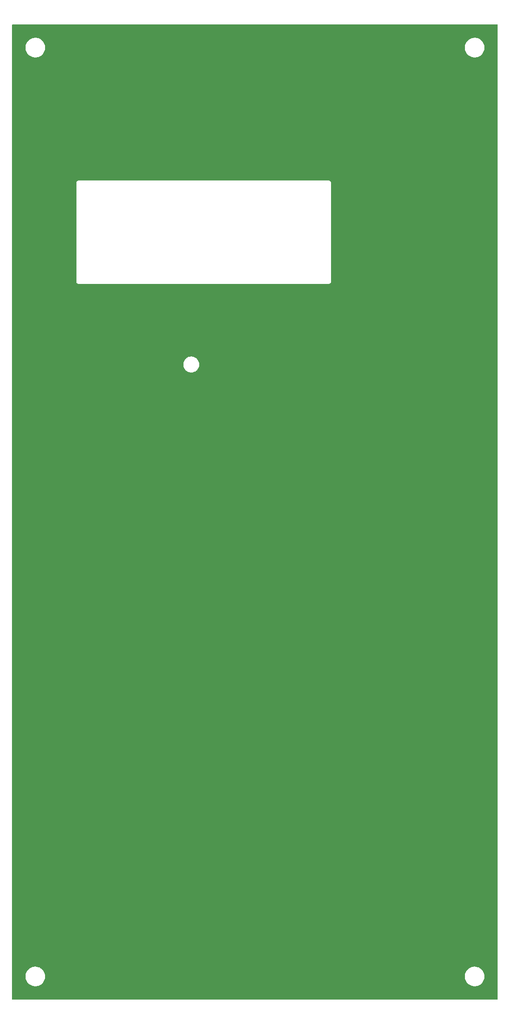
<source format=gbl>
G04 Layer: BottomLayer*
G04 EasyEDA v6.5.48, 2025-02-08 06:39:44*
G04 da37e12b6d714248abb1756c4e4e4594,e30bb724354f420a97504b8da3067676,10*
G04 Gerber Generator version 0.2*
G04 Scale: 100 percent, Rotated: No, Reflected: No *
G04 Dimensions in millimeters *
G04 leading zeros omitted , absolute positions ,4 integer and 5 decimal *
%FSLAX45Y45*%
%MOMM*%

%ADD10C,8.5000*%
%ADD11C,12.3000*%

%LPD*%
G36*
X36068Y25908D02*
G01*
X32156Y26670D01*
X28905Y28905D01*
X26670Y32156D01*
X25908Y36068D01*
X25908Y19963892D01*
X26670Y19967803D01*
X28905Y19971054D01*
X32156Y19973290D01*
X36068Y19974052D01*
X9963912Y19974052D01*
X9967823Y19973290D01*
X9971074Y19971054D01*
X9973310Y19967803D01*
X9974072Y19963892D01*
X9974072Y36068D01*
X9973310Y32156D01*
X9971074Y28905D01*
X9967823Y26670D01*
X9963912Y25908D01*
G37*

%LPC*%
G36*
X504850Y299161D02*
G01*
X524205Y300583D01*
X543356Y303834D01*
X562102Y308914D01*
X580237Y315823D01*
X597611Y324408D01*
X614121Y334670D01*
X629564Y346456D01*
X643737Y359664D01*
X656640Y374192D01*
X668020Y389890D01*
X677875Y406654D01*
X686054Y424230D01*
X692505Y442569D01*
X697128Y461416D01*
X699973Y480618D01*
X700887Y499973D01*
X699973Y519379D01*
X697128Y538581D01*
X692505Y557428D01*
X686054Y575767D01*
X677875Y593344D01*
X668020Y610108D01*
X656640Y625805D01*
X643737Y640334D01*
X629564Y653542D01*
X614121Y665327D01*
X597611Y675589D01*
X580237Y684174D01*
X562102Y691083D01*
X543356Y696163D01*
X524205Y699414D01*
X504850Y700836D01*
X485444Y700379D01*
X466191Y698042D01*
X447243Y693826D01*
X428751Y687832D01*
X410972Y680110D01*
X394004Y670661D01*
X378002Y659638D01*
X363169Y647090D01*
X349605Y633222D01*
X337464Y618083D01*
X326847Y601827D01*
X317804Y584657D01*
X310489Y566674D01*
X304952Y548081D01*
X301193Y529031D01*
X299313Y509727D01*
X299313Y490270D01*
X301193Y470966D01*
X304952Y451916D01*
X310489Y433324D01*
X317804Y415340D01*
X326847Y398170D01*
X337464Y381914D01*
X349605Y366776D01*
X363169Y352907D01*
X378002Y340360D01*
X394004Y329336D01*
X410972Y319887D01*
X428751Y312166D01*
X447243Y306171D01*
X466191Y301955D01*
X485444Y299618D01*
G37*
G36*
X9504832Y299161D02*
G01*
X9524187Y300583D01*
X9543338Y303834D01*
X9562084Y308914D01*
X9580219Y315823D01*
X9597593Y324408D01*
X9614103Y334670D01*
X9629546Y346456D01*
X9643719Y359664D01*
X9656622Y374192D01*
X9668002Y389890D01*
X9677857Y406654D01*
X9686036Y424230D01*
X9692487Y442569D01*
X9697110Y461416D01*
X9699955Y480618D01*
X9700869Y499973D01*
X9699955Y519379D01*
X9697110Y538581D01*
X9692487Y557428D01*
X9686036Y575767D01*
X9677857Y593344D01*
X9668002Y610108D01*
X9656622Y625805D01*
X9643719Y640334D01*
X9629546Y653542D01*
X9614103Y665327D01*
X9597593Y675589D01*
X9580219Y684174D01*
X9562084Y691083D01*
X9543338Y696163D01*
X9524187Y699414D01*
X9504832Y700836D01*
X9485426Y700379D01*
X9466173Y698042D01*
X9447225Y693826D01*
X9428734Y687832D01*
X9410954Y680110D01*
X9393986Y670661D01*
X9377984Y659638D01*
X9363151Y647090D01*
X9349587Y633222D01*
X9337446Y618083D01*
X9326829Y601827D01*
X9317786Y584657D01*
X9310471Y566674D01*
X9304934Y548081D01*
X9301175Y529031D01*
X9299295Y509727D01*
X9299295Y490270D01*
X9301175Y470966D01*
X9304934Y451916D01*
X9310471Y433324D01*
X9317786Y415340D01*
X9326829Y398170D01*
X9337446Y381914D01*
X9349587Y366776D01*
X9363151Y352907D01*
X9377984Y340360D01*
X9393986Y329336D01*
X9410954Y319887D01*
X9428734Y312166D01*
X9447225Y306171D01*
X9466173Y301955D01*
X9485426Y299618D01*
G37*
G36*
X3691331Y12854178D02*
G01*
X3708755Y12854635D01*
X3725976Y12856921D01*
X3742893Y12861086D01*
X3759250Y12866979D01*
X3774897Y12874548D01*
X3789629Y12883794D01*
X3803294Y12894513D01*
X3815740Y12906654D01*
X3826865Y12920065D01*
X3836466Y12934543D01*
X3844493Y12949986D01*
X3850843Y12966192D01*
X3855415Y12982956D01*
X3858158Y13000126D01*
X3859072Y13017500D01*
X3858158Y13034873D01*
X3855415Y13052044D01*
X3850843Y13068808D01*
X3844493Y13085013D01*
X3836466Y13100456D01*
X3826865Y13114934D01*
X3815740Y13128345D01*
X3803294Y13140486D01*
X3789629Y13151205D01*
X3774897Y13160451D01*
X3759250Y13168020D01*
X3742893Y13173913D01*
X3725976Y13178078D01*
X3708755Y13180364D01*
X3691331Y13180822D01*
X3674008Y13179450D01*
X3656939Y13176250D01*
X3640277Y13171220D01*
X3624224Y13164464D01*
X3609035Y13156031D01*
X3594811Y13146024D01*
X3581704Y13134543D01*
X3569919Y13121792D01*
X3559556Y13107822D01*
X3550716Y13092836D01*
X3543503Y13076986D01*
X3538067Y13060476D01*
X3534410Y13043509D01*
X3532530Y13026186D01*
X3532530Y13008813D01*
X3534410Y12991490D01*
X3538067Y12974523D01*
X3543503Y12958013D01*
X3550716Y12942163D01*
X3559556Y12927177D01*
X3569919Y12913207D01*
X3581704Y12900456D01*
X3594811Y12888976D01*
X3609035Y12878968D01*
X3624224Y12870535D01*
X3640277Y12863779D01*
X3656939Y12858750D01*
X3674008Y12855549D01*
G37*
G36*
X1385925Y14668093D02*
G01*
X6510426Y14668093D01*
X6516776Y14668550D01*
X6522567Y14669922D01*
X6528460Y14672360D01*
X6537756Y14676983D01*
X6543751Y14680692D01*
X6548729Y14685060D01*
X6552895Y14690242D01*
X6556095Y14696033D01*
X6558381Y14702739D01*
X6560718Y14712035D01*
X6561632Y14717013D01*
X6561988Y14722043D01*
X6561988Y16724934D01*
X6561632Y16729963D01*
X6560718Y16734942D01*
X6558432Y16744188D01*
X6555689Y16751757D01*
X6551828Y16758259D01*
X6546748Y16763847D01*
X6540296Y16768622D01*
X6528562Y16775684D01*
X6521907Y16778884D01*
X6515201Y16780713D01*
X6507835Y16781373D01*
X1393444Y16781373D01*
X1385671Y16780662D01*
X1378204Y16778478D01*
X1366570Y16773804D01*
X1359662Y16770248D01*
X1353921Y16765778D01*
X1349146Y16760291D01*
X1345438Y16753992D01*
X1342847Y16746677D01*
X1340561Y16737431D01*
X1339646Y16732504D01*
X1339342Y16727424D01*
X1339342Y14717115D01*
X1339850Y14710511D01*
X1341323Y14704517D01*
X1343761Y14698827D01*
X1347266Y14693239D01*
X1354277Y14683892D01*
X1359408Y14678253D01*
X1365097Y14673935D01*
X1371447Y14670735D01*
X1378356Y14668804D01*
G37*
G36*
X504850Y19299123D02*
G01*
X524205Y19300545D01*
X543356Y19303796D01*
X562102Y19308876D01*
X580237Y19315785D01*
X597611Y19324370D01*
X614121Y19334632D01*
X629564Y19346418D01*
X643737Y19359626D01*
X656640Y19374154D01*
X668020Y19389852D01*
X677875Y19406616D01*
X686054Y19424192D01*
X692505Y19442531D01*
X697128Y19461378D01*
X699973Y19480580D01*
X700887Y19499935D01*
X699973Y19519341D01*
X697128Y19538543D01*
X692505Y19557390D01*
X686054Y19575729D01*
X677875Y19593306D01*
X668020Y19610070D01*
X656640Y19625767D01*
X643737Y19640296D01*
X629564Y19653504D01*
X614121Y19665289D01*
X597611Y19675551D01*
X580237Y19684136D01*
X562102Y19691045D01*
X543356Y19696125D01*
X524205Y19699376D01*
X504850Y19700798D01*
X485444Y19700341D01*
X466191Y19698004D01*
X447243Y19693788D01*
X428751Y19687794D01*
X410972Y19680072D01*
X394004Y19670623D01*
X378002Y19659600D01*
X363169Y19647052D01*
X349605Y19633184D01*
X337464Y19618045D01*
X326847Y19601789D01*
X317804Y19584619D01*
X310489Y19566636D01*
X304952Y19548043D01*
X301193Y19528993D01*
X299313Y19509689D01*
X299313Y19490232D01*
X301193Y19470928D01*
X304952Y19451878D01*
X310489Y19433286D01*
X317804Y19415302D01*
X326847Y19398132D01*
X337464Y19381876D01*
X349605Y19366738D01*
X363169Y19352869D01*
X378002Y19340322D01*
X394004Y19329298D01*
X410972Y19319849D01*
X428751Y19312128D01*
X447243Y19306133D01*
X466191Y19301917D01*
X485444Y19299580D01*
G37*
G36*
X9504832Y19299123D02*
G01*
X9524187Y19300545D01*
X9543338Y19303796D01*
X9562084Y19308876D01*
X9580219Y19315785D01*
X9597593Y19324370D01*
X9614103Y19334632D01*
X9629546Y19346418D01*
X9643719Y19359626D01*
X9656622Y19374154D01*
X9668002Y19389852D01*
X9677857Y19406616D01*
X9686036Y19424192D01*
X9692487Y19442531D01*
X9697110Y19461378D01*
X9699955Y19480580D01*
X9700869Y19499935D01*
X9699955Y19519341D01*
X9697110Y19538543D01*
X9692487Y19557390D01*
X9686036Y19575729D01*
X9677857Y19593306D01*
X9668002Y19610070D01*
X9656622Y19625767D01*
X9643719Y19640296D01*
X9629546Y19653504D01*
X9614103Y19665289D01*
X9597593Y19675551D01*
X9580219Y19684136D01*
X9562084Y19691045D01*
X9543338Y19696125D01*
X9524187Y19699376D01*
X9504832Y19700798D01*
X9485426Y19700341D01*
X9466173Y19698004D01*
X9447225Y19693788D01*
X9428734Y19687794D01*
X9410954Y19680072D01*
X9393986Y19670623D01*
X9377984Y19659600D01*
X9363151Y19647052D01*
X9349587Y19633184D01*
X9337446Y19618045D01*
X9326829Y19601789D01*
X9317786Y19584619D01*
X9310471Y19566636D01*
X9304934Y19548043D01*
X9301175Y19528993D01*
X9299295Y19509689D01*
X9299295Y19490232D01*
X9301175Y19470928D01*
X9304934Y19451878D01*
X9310471Y19433286D01*
X9317786Y19415302D01*
X9326829Y19398132D01*
X9337446Y19381876D01*
X9349587Y19366738D01*
X9363151Y19352869D01*
X9377984Y19340322D01*
X9393986Y19329298D01*
X9410954Y19319849D01*
X9428734Y19312128D01*
X9447225Y19306133D01*
X9466173Y19301917D01*
X9485426Y19299580D01*
G37*

%LPD*%
D10*
G01*
X7676819Y12986537D03*
G01*
X7676819Y10308488D03*
G01*
X5003800Y10308488D03*
G01*
X2325776Y10308488D03*
G01*
X2325776Y12986512D03*
G01*
X5003800Y12986512D03*
G01*
X7676819Y15724733D03*
G01*
X9371914Y15727248D03*
D11*
G01*
X1994788Y5744794D03*
G01*
X5003800Y5744819D03*
G01*
X8012836Y5744794D03*
G01*
X8012836Y2485034D03*
G01*
X5003800Y2485034D03*
G01*
X1994788Y2485034D03*
M02*

</source>
